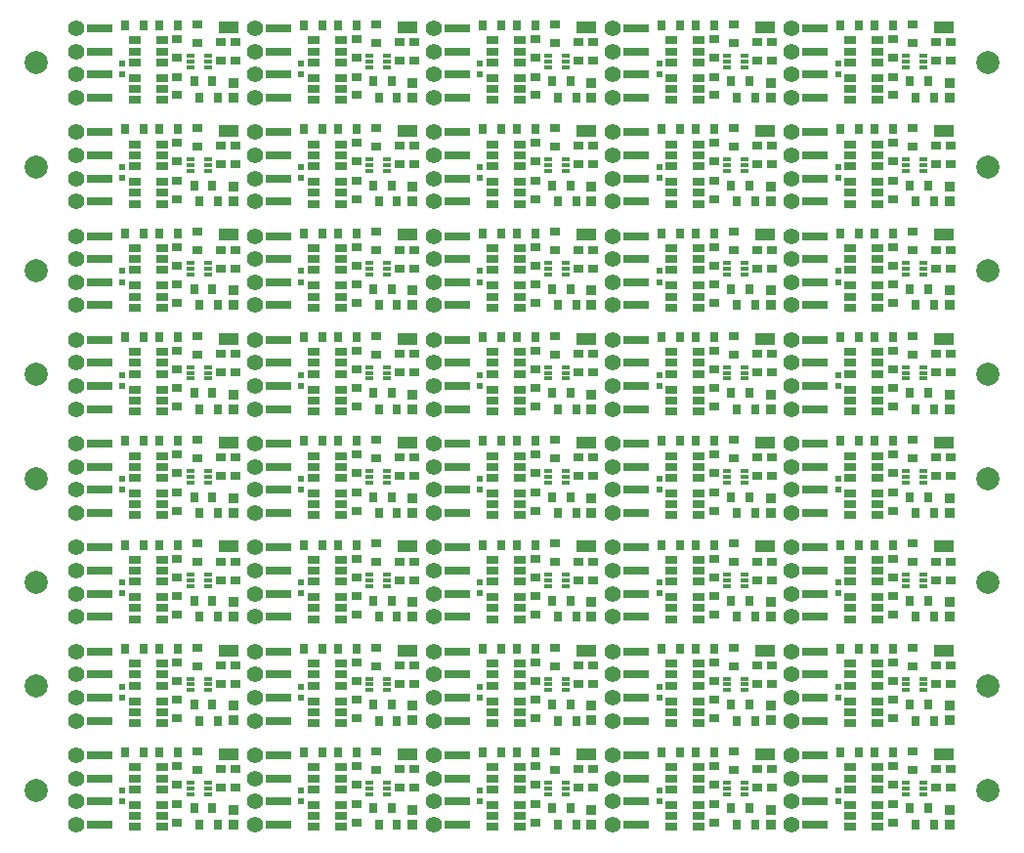
<source format=gts>
G04 #@! TF.GenerationSoftware,KiCad,Pcbnew,(6.0.7)*
G04 #@! TF.CreationDate,2022-09-01T13:19:57+09:00*
G04 #@! TF.ProjectId,switchdecoder3,73776974-6368-4646-9563-6f646572332e,rev?*
G04 #@! TF.SameCoordinates,Original*
G04 #@! TF.FileFunction,Soldermask,Top*
G04 #@! TF.FilePolarity,Negative*
%FSLAX46Y46*%
G04 Gerber Fmt 4.6, Leading zero omitted, Abs format (unit mm)*
G04 Created by KiCad (PCBNEW (6.0.7)) date 2022-09-01 13:19:57*
%MOMM*%
%LPD*%
G01*
G04 APERTURE LIST*
%ADD10R,0.900000X0.700000*%
%ADD11R,1.000000X0.700000*%
%ADD12R,0.700000X0.900000*%
%ADD13R,0.700000X0.300000*%
%ADD14R,1.800000X1.000000*%
%ADD15C,1.400000*%
%ADD16R,0.500000X0.550000*%
%ADD17R,2.200000X0.800000*%
%ADD18C,2.000000*%
%ADD19R,0.950000X0.950000*%
G04 APERTURE END LIST*
D10*
X61250000Y37700000D03*
X61250000Y39300000D03*
D11*
X59950000Y40550000D03*
X59950000Y41500000D03*
X59950000Y42450000D03*
X57550000Y42450000D03*
X57550000Y41500000D03*
X57550000Y40550000D03*
X13450000Y55300000D03*
X13450000Y56250000D03*
X13450000Y57200000D03*
X11050000Y57200000D03*
X11050000Y56250000D03*
X11050000Y55300000D03*
D12*
X48800000Y65900000D03*
X47200000Y65900000D03*
D11*
X13450000Y49550000D03*
X13450000Y50500000D03*
X13450000Y51450000D03*
X11050000Y51450000D03*
X11050000Y50500000D03*
X11050000Y49550000D03*
D13*
X15900000Y5150000D03*
X15900000Y4650000D03*
X15900000Y4150000D03*
X17400000Y4150000D03*
X17400000Y4650000D03*
X17400000Y5150000D03*
D10*
X14750000Y46700000D03*
X14750000Y48300000D03*
D13*
X15900000Y32150000D03*
X15900000Y31650000D03*
X15900000Y31150000D03*
X17400000Y31150000D03*
X17400000Y31650000D03*
X17400000Y32150000D03*
D14*
X34700000Y7600000D03*
D15*
X52500000Y70500000D03*
X52500000Y68500000D03*
X52500000Y66500000D03*
X52500000Y64500000D03*
D16*
X41000000Y31475000D03*
X41000000Y30525000D03*
D17*
X23500000Y1500000D03*
D16*
X56500000Y13475000D03*
X56500000Y12525000D03*
D14*
X81200000Y43600000D03*
D13*
X31400000Y32150000D03*
X31400000Y31650000D03*
X31400000Y31150000D03*
X32900000Y31150000D03*
X32900000Y31650000D03*
X32900000Y32150000D03*
D17*
X8000000Y52500000D03*
D10*
X47500000Y34850000D03*
X47500000Y33250000D03*
X61250000Y51550000D03*
X61250000Y49950000D03*
D12*
X64300000Y11900000D03*
X62700000Y11900000D03*
D10*
X30250000Y55700000D03*
X30250000Y57300000D03*
D17*
X54500000Y50500000D03*
D16*
X25500000Y49475000D03*
X25500000Y48525000D03*
D17*
X23500000Y68500000D03*
D11*
X28950000Y31550000D03*
X28950000Y32500000D03*
X28950000Y33450000D03*
X26550000Y33450000D03*
X26550000Y32500000D03*
X26550000Y31550000D03*
D17*
X8000000Y25500000D03*
D10*
X30250000Y6550000D03*
X30250000Y4950000D03*
D15*
X68000000Y7500000D03*
X68000000Y5500000D03*
X68000000Y3500000D03*
X68000000Y1500000D03*
D10*
X61250000Y19700000D03*
X61250000Y21300000D03*
D15*
X21500000Y16500000D03*
X21500000Y14500000D03*
X21500000Y12500000D03*
X21500000Y10500000D03*
D10*
X30250000Y42550000D03*
X30250000Y40950000D03*
X47500000Y43850000D03*
X47500000Y42250000D03*
D17*
X54500000Y12500000D03*
D12*
X79800000Y56900000D03*
X78200000Y56900000D03*
D10*
X76750000Y10700000D03*
X76750000Y12300000D03*
D17*
X39000000Y55500000D03*
D12*
X10200000Y61750000D03*
X11800000Y61750000D03*
D13*
X15900000Y14150000D03*
X15900000Y13650000D03*
X15900000Y13150000D03*
X17400000Y13150000D03*
X17400000Y13650000D03*
X17400000Y14150000D03*
X15900000Y50150000D03*
X15900000Y49650000D03*
X15900000Y49150000D03*
X17400000Y49150000D03*
X17400000Y49650000D03*
X17400000Y50150000D03*
D12*
X13200000Y25750000D03*
X14800000Y25750000D03*
D10*
X80500000Y33300000D03*
X80500000Y31700000D03*
D15*
X68000000Y25500000D03*
X68000000Y23500000D03*
X68000000Y21500000D03*
X68000000Y19500000D03*
D12*
X33300000Y2900000D03*
X31700000Y2900000D03*
D16*
X72000000Y49475000D03*
X72000000Y48525000D03*
D17*
X39000000Y70500000D03*
X39000000Y16500000D03*
D11*
X13450000Y19300000D03*
X13450000Y20250000D03*
X13450000Y21200000D03*
X11050000Y21200000D03*
X11050000Y20250000D03*
X11050000Y19300000D03*
D17*
X54500000Y7500000D03*
D10*
X81750000Y69300000D03*
X81750000Y67700000D03*
D12*
X72200000Y52750000D03*
X73800000Y52750000D03*
X16700000Y19500000D03*
X18300000Y19500000D03*
D10*
X32000000Y25850000D03*
X32000000Y24250000D03*
D12*
X79800000Y65900000D03*
X78200000Y65900000D03*
D17*
X70000000Y3500000D03*
D10*
X32000000Y7850000D03*
X32000000Y6250000D03*
D14*
X81200000Y34600000D03*
D11*
X59950000Y31550000D03*
X59950000Y32500000D03*
X59950000Y33450000D03*
X57550000Y33450000D03*
X57550000Y32500000D03*
X57550000Y31550000D03*
D17*
X54500000Y59500000D03*
D12*
X10200000Y43750000D03*
X11800000Y43750000D03*
D13*
X62400000Y50150000D03*
X62400000Y49650000D03*
X62400000Y49150000D03*
X63900000Y49150000D03*
X63900000Y49650000D03*
X63900000Y50150000D03*
D10*
X66250000Y69300000D03*
X66250000Y67700000D03*
X14750000Y1700000D03*
X14750000Y3300000D03*
X78500000Y61850000D03*
X78500000Y60250000D03*
D17*
X23500000Y32500000D03*
D10*
X16500000Y25850000D03*
X16500000Y24250000D03*
D11*
X28950000Y13550000D03*
X28950000Y14500000D03*
X28950000Y15450000D03*
X26550000Y15450000D03*
X26550000Y14500000D03*
X26550000Y13550000D03*
D12*
X56700000Y43750000D03*
X58300000Y43750000D03*
D10*
X49500000Y42300000D03*
X49500000Y40700000D03*
D15*
X52500000Y7500000D03*
X52500000Y5500000D03*
X52500000Y3500000D03*
X52500000Y1500000D03*
D10*
X81750000Y51300000D03*
X81750000Y49700000D03*
D12*
X32200000Y46500000D03*
X33800000Y46500000D03*
D17*
X39000000Y57500000D03*
D15*
X6000000Y43500000D03*
X6000000Y41500000D03*
X6000000Y39500000D03*
X6000000Y37500000D03*
D12*
X64300000Y47900000D03*
X62700000Y47900000D03*
X79800000Y47900000D03*
X78200000Y47900000D03*
D10*
X49500000Y6300000D03*
X49500000Y4700000D03*
D17*
X8000000Y19500000D03*
D10*
X16500000Y7850000D03*
X16500000Y6250000D03*
D17*
X39000000Y61500000D03*
D15*
X6000000Y61500000D03*
X6000000Y59500000D03*
X6000000Y57500000D03*
X6000000Y55500000D03*
D12*
X59700000Y7750000D03*
X61300000Y7750000D03*
X33300000Y29900000D03*
X31700000Y29900000D03*
D13*
X31400000Y14150000D03*
X31400000Y13650000D03*
X31400000Y13150000D03*
X32900000Y13150000D03*
X32900000Y13650000D03*
X32900000Y14150000D03*
D14*
X50200000Y34600000D03*
D11*
X44450000Y22550000D03*
X44450000Y23500000D03*
X44450000Y24450000D03*
X42050000Y24450000D03*
X42050000Y23500000D03*
X42050000Y22550000D03*
D10*
X14750000Y64700000D03*
X14750000Y66300000D03*
D17*
X8000000Y57500000D03*
X8000000Y1500000D03*
D12*
X63200000Y1500000D03*
X64800000Y1500000D03*
X17800000Y38900000D03*
X16200000Y38900000D03*
X56700000Y52750000D03*
X58300000Y52750000D03*
D10*
X49500000Y60300000D03*
X49500000Y58700000D03*
D17*
X70000000Y23500000D03*
D10*
X80500000Y69300000D03*
X80500000Y67700000D03*
D16*
X56500000Y58475000D03*
X56500000Y57525000D03*
D14*
X65700000Y43600000D03*
D15*
X37000000Y34500000D03*
X37000000Y32500000D03*
X37000000Y30500000D03*
X37000000Y28500000D03*
D17*
X8000000Y37500000D03*
D10*
X35250000Y60300000D03*
X35250000Y58700000D03*
D17*
X23500000Y70500000D03*
D18*
X85000000Y13500000D03*
X85000000Y13500000D03*
D10*
X61250000Y33550000D03*
X61250000Y31950000D03*
X30250000Y51550000D03*
X30250000Y49950000D03*
D12*
X59700000Y52750000D03*
X61300000Y52750000D03*
D17*
X8000000Y12500000D03*
D16*
X56500000Y49475000D03*
X56500000Y48525000D03*
D14*
X34700000Y70600000D03*
D12*
X72200000Y16750000D03*
X73800000Y16750000D03*
X33300000Y65900000D03*
X31700000Y65900000D03*
D10*
X76750000Y60550000D03*
X76750000Y58950000D03*
D12*
X64300000Y2900000D03*
X62700000Y2900000D03*
D10*
X78500000Y16850000D03*
X78500000Y15250000D03*
D17*
X39000000Y34500000D03*
D13*
X46900000Y68150000D03*
X46900000Y67650000D03*
X46900000Y67150000D03*
X48400000Y67150000D03*
X48400000Y67650000D03*
X48400000Y68150000D03*
D11*
X75450000Y55300000D03*
X75450000Y56250000D03*
X75450000Y57200000D03*
X73050000Y57200000D03*
X73050000Y56250000D03*
X73050000Y55300000D03*
D10*
X18500000Y51300000D03*
X18500000Y49700000D03*
D17*
X54500000Y41500000D03*
D10*
X34000000Y42300000D03*
X34000000Y40700000D03*
D11*
X75450000Y46300000D03*
X75450000Y47250000D03*
X75450000Y48200000D03*
X73050000Y48200000D03*
X73050000Y47250000D03*
X73050000Y46300000D03*
D12*
X78700000Y55500000D03*
X80300000Y55500000D03*
D17*
X54500000Y39500000D03*
D10*
X30250000Y15550000D03*
X30250000Y13950000D03*
D17*
X23500000Y64500000D03*
X8000000Y59500000D03*
X54500000Y52500000D03*
X39000000Y52500000D03*
D16*
X10000000Y49475000D03*
X10000000Y48525000D03*
D13*
X77900000Y50150000D03*
X77900000Y49650000D03*
X77900000Y49150000D03*
X79400000Y49150000D03*
X79400000Y49650000D03*
X79400000Y50150000D03*
D10*
X35250000Y15300000D03*
X35250000Y13700000D03*
X61250000Y42550000D03*
X61250000Y40950000D03*
D17*
X8000000Y61500000D03*
D12*
X33300000Y47900000D03*
X31700000Y47900000D03*
D11*
X75450000Y1300000D03*
X75450000Y2250000D03*
X75450000Y3200000D03*
X73050000Y3200000D03*
X73050000Y2250000D03*
X73050000Y1300000D03*
D17*
X23500000Y34500000D03*
D10*
X45750000Y15550000D03*
X45750000Y13950000D03*
X18500000Y24300000D03*
X18500000Y22700000D03*
D11*
X28950000Y46300000D03*
X28950000Y47250000D03*
X28950000Y48200000D03*
X26550000Y48200000D03*
X26550000Y47250000D03*
X26550000Y46300000D03*
D15*
X37000000Y25500000D03*
X37000000Y23500000D03*
X37000000Y21500000D03*
X37000000Y19500000D03*
D17*
X70000000Y43500000D03*
D12*
X33300000Y11900000D03*
X31700000Y11900000D03*
D17*
X70000000Y57500000D03*
D12*
X16700000Y1500000D03*
X18300000Y1500000D03*
D10*
X61250000Y15550000D03*
X61250000Y13950000D03*
D15*
X52500000Y61500000D03*
X52500000Y59500000D03*
X52500000Y57500000D03*
X52500000Y55500000D03*
D12*
X33300000Y20900000D03*
X31700000Y20900000D03*
X48800000Y47900000D03*
X47200000Y47900000D03*
D15*
X37000000Y7500000D03*
X37000000Y5500000D03*
X37000000Y3500000D03*
X37000000Y1500000D03*
D11*
X75450000Y28300000D03*
X75450000Y29250000D03*
X75450000Y30200000D03*
X73050000Y30200000D03*
X73050000Y29250000D03*
X73050000Y28300000D03*
D16*
X10000000Y31475000D03*
X10000000Y30525000D03*
X10000000Y58475000D03*
X10000000Y57525000D03*
D11*
X28950000Y1300000D03*
X28950000Y2250000D03*
X28950000Y3200000D03*
X26550000Y3200000D03*
X26550000Y2250000D03*
X26550000Y1300000D03*
D13*
X31400000Y5150000D03*
X31400000Y4650000D03*
X31400000Y4150000D03*
X32900000Y4150000D03*
X32900000Y4650000D03*
X32900000Y5150000D03*
D10*
X66250000Y24300000D03*
X66250000Y22700000D03*
D17*
X54500000Y48500000D03*
D12*
X63200000Y10500000D03*
X64800000Y10500000D03*
D14*
X50200000Y16600000D03*
X34700000Y52600000D03*
D11*
X28950000Y4550000D03*
X28950000Y5500000D03*
X28950000Y6450000D03*
X26550000Y6450000D03*
X26550000Y5500000D03*
X26550000Y4550000D03*
X28950000Y55300000D03*
X28950000Y56250000D03*
X28950000Y57200000D03*
X26550000Y57200000D03*
X26550000Y56250000D03*
X26550000Y55300000D03*
X75450000Y49550000D03*
X75450000Y50500000D03*
X75450000Y51450000D03*
X73050000Y51450000D03*
X73050000Y50500000D03*
X73050000Y49550000D03*
D14*
X19200000Y43600000D03*
D17*
X23500000Y52500000D03*
X8000000Y34500000D03*
X23500000Y19500000D03*
D10*
X76750000Y1700000D03*
X76750000Y3300000D03*
D12*
X28700000Y52750000D03*
X30300000Y52750000D03*
D16*
X10000000Y13475000D03*
X10000000Y12525000D03*
D12*
X79800000Y29900000D03*
X78200000Y29900000D03*
D11*
X13450000Y31550000D03*
X13450000Y32500000D03*
X13450000Y33450000D03*
X11050000Y33450000D03*
X11050000Y32500000D03*
X11050000Y31550000D03*
D16*
X72000000Y22475000D03*
X72000000Y21525000D03*
D10*
X16500000Y52850000D03*
X16500000Y51250000D03*
D13*
X15900000Y41150000D03*
X15900000Y40650000D03*
X15900000Y40150000D03*
X17400000Y40150000D03*
X17400000Y40650000D03*
X17400000Y41150000D03*
D18*
X85000000Y67500000D03*
X85000000Y67500000D03*
D17*
X54500000Y3500000D03*
X70000000Y14500000D03*
D11*
X59950000Y37300000D03*
X59950000Y38250000D03*
X59950000Y39200000D03*
X57550000Y39200000D03*
X57550000Y38250000D03*
X57550000Y37300000D03*
D17*
X54500000Y10500000D03*
D16*
X10000000Y67475000D03*
X10000000Y66525000D03*
D11*
X13450000Y40550000D03*
X13450000Y41500000D03*
X13450000Y42450000D03*
X11050000Y42450000D03*
X11050000Y41500000D03*
X11050000Y40550000D03*
D10*
X30250000Y64700000D03*
X30250000Y66300000D03*
D17*
X23500000Y12500000D03*
D18*
X85000000Y22500000D03*
X85000000Y22500000D03*
D11*
X59950000Y10300000D03*
X59950000Y11250000D03*
X59950000Y12200000D03*
X57550000Y12200000D03*
X57550000Y11250000D03*
X57550000Y10300000D03*
D17*
X39000000Y39500000D03*
D10*
X76750000Y28700000D03*
X76750000Y30300000D03*
X80500000Y24300000D03*
X80500000Y22700000D03*
D17*
X39000000Y1500000D03*
D10*
X65000000Y33300000D03*
X65000000Y31700000D03*
D11*
X44450000Y19300000D03*
X44450000Y20250000D03*
X44450000Y21200000D03*
X42050000Y21200000D03*
X42050000Y20250000D03*
X42050000Y19300000D03*
D17*
X54500000Y57500000D03*
D10*
X18500000Y42300000D03*
X18500000Y40700000D03*
X65000000Y15300000D03*
X65000000Y13700000D03*
X34000000Y69300000D03*
X34000000Y67700000D03*
D12*
X44200000Y34750000D03*
X45800000Y34750000D03*
D15*
X37000000Y70500000D03*
X37000000Y68500000D03*
X37000000Y66500000D03*
X37000000Y64500000D03*
D12*
X32200000Y28500000D03*
X33800000Y28500000D03*
D14*
X19200000Y16600000D03*
D11*
X13450000Y13550000D03*
X13450000Y14500000D03*
X13450000Y15450000D03*
X11050000Y15450000D03*
X11050000Y14500000D03*
X11050000Y13550000D03*
D10*
X61250000Y60550000D03*
X61250000Y58950000D03*
D11*
X59950000Y1300000D03*
X59950000Y2250000D03*
X59950000Y3200000D03*
X57550000Y3200000D03*
X57550000Y2250000D03*
X57550000Y1300000D03*
D12*
X44200000Y70750000D03*
X45800000Y70750000D03*
D11*
X44450000Y40550000D03*
X44450000Y41500000D03*
X44450000Y42450000D03*
X42050000Y42450000D03*
X42050000Y41500000D03*
X42050000Y40550000D03*
X44450000Y10300000D03*
X44450000Y11250000D03*
X44450000Y12200000D03*
X42050000Y12200000D03*
X42050000Y11250000D03*
X42050000Y10300000D03*
D12*
X47700000Y64500000D03*
X49300000Y64500000D03*
D15*
X68000000Y16500000D03*
X68000000Y14500000D03*
X68000000Y12500000D03*
X68000000Y10500000D03*
D10*
X63000000Y16850000D03*
X63000000Y15250000D03*
D16*
X25500000Y40475000D03*
X25500000Y39525000D03*
D10*
X76750000Y37700000D03*
X76750000Y39300000D03*
D12*
X59700000Y25750000D03*
X61300000Y25750000D03*
D10*
X19750000Y42300000D03*
X19750000Y40700000D03*
D12*
X28700000Y34750000D03*
X30300000Y34750000D03*
D17*
X70000000Y10500000D03*
D14*
X65700000Y52600000D03*
D10*
X66250000Y33300000D03*
X66250000Y31700000D03*
D12*
X10200000Y7750000D03*
X11800000Y7750000D03*
D17*
X8000000Y70500000D03*
D12*
X75200000Y70750000D03*
X76800000Y70750000D03*
D11*
X59950000Y67550000D03*
X59950000Y68500000D03*
X59950000Y69450000D03*
X57550000Y69450000D03*
X57550000Y68500000D03*
X57550000Y67550000D03*
D15*
X21500000Y43500000D03*
X21500000Y41500000D03*
X21500000Y39500000D03*
X21500000Y37500000D03*
D14*
X34700000Y34600000D03*
D12*
X47700000Y10500000D03*
X49300000Y10500000D03*
D13*
X31400000Y23150000D03*
X31400000Y22650000D03*
X31400000Y22150000D03*
X32900000Y22150000D03*
X32900000Y22650000D03*
X32900000Y23150000D03*
D12*
X63200000Y55500000D03*
X64800000Y55500000D03*
X56700000Y7750000D03*
X58300000Y7750000D03*
D10*
X81750000Y6300000D03*
X81750000Y4700000D03*
D17*
X39000000Y19500000D03*
D16*
X72000000Y40475000D03*
X72000000Y39525000D03*
D12*
X63200000Y37500000D03*
X64800000Y37500000D03*
D10*
X14750000Y55700000D03*
X14750000Y57300000D03*
D12*
X13200000Y16750000D03*
X14800000Y16750000D03*
D14*
X19200000Y7600000D03*
D12*
X32200000Y1500000D03*
X33800000Y1500000D03*
D11*
X44450000Y31550000D03*
X44450000Y32500000D03*
X44450000Y33450000D03*
X42050000Y33450000D03*
X42050000Y32500000D03*
X42050000Y31550000D03*
D10*
X78500000Y52850000D03*
X78500000Y51250000D03*
D17*
X23500000Y48500000D03*
D12*
X75200000Y61750000D03*
X76800000Y61750000D03*
D17*
X70000000Y7500000D03*
D12*
X72200000Y7750000D03*
X73800000Y7750000D03*
D10*
X76750000Y6550000D03*
X76750000Y4950000D03*
D17*
X8000000Y10500000D03*
X39000000Y23500000D03*
D11*
X13450000Y46300000D03*
X13450000Y47250000D03*
X13450000Y48200000D03*
X11050000Y48200000D03*
X11050000Y47250000D03*
X11050000Y46300000D03*
D16*
X25500000Y58475000D03*
X25500000Y57525000D03*
D17*
X54500000Y23500000D03*
D10*
X35250000Y69300000D03*
X35250000Y67700000D03*
D13*
X77900000Y32150000D03*
X77900000Y31650000D03*
X77900000Y31150000D03*
X79400000Y31150000D03*
X79400000Y31650000D03*
X79400000Y32150000D03*
D14*
X65700000Y16600000D03*
D10*
X76750000Y55700000D03*
X76750000Y57300000D03*
D17*
X70000000Y55500000D03*
D12*
X41200000Y7750000D03*
X42800000Y7750000D03*
X72200000Y70750000D03*
X73800000Y70750000D03*
X16700000Y10500000D03*
X18300000Y10500000D03*
D17*
X54500000Y70500000D03*
D10*
X49500000Y69300000D03*
X49500000Y67700000D03*
X78500000Y7850000D03*
X78500000Y6250000D03*
X47500000Y70850000D03*
X47500000Y69250000D03*
D14*
X65700000Y7600000D03*
D12*
X41200000Y61750000D03*
X42800000Y61750000D03*
D11*
X75450000Y37300000D03*
X75450000Y38250000D03*
X75450000Y39200000D03*
X73050000Y39200000D03*
X73050000Y38250000D03*
X73050000Y37300000D03*
D16*
X41000000Y13475000D03*
X41000000Y12525000D03*
D11*
X59950000Y64300000D03*
X59950000Y65250000D03*
X59950000Y66200000D03*
X57550000Y66200000D03*
X57550000Y65250000D03*
X57550000Y64300000D03*
D17*
X70000000Y19500000D03*
D10*
X32000000Y61850000D03*
X32000000Y60250000D03*
D11*
X13450000Y64300000D03*
X13450000Y65250000D03*
X13450000Y66200000D03*
X11050000Y66200000D03*
X11050000Y65250000D03*
X11050000Y64300000D03*
D10*
X14750000Y24550000D03*
X14750000Y22950000D03*
X76750000Y42550000D03*
X76750000Y40950000D03*
D16*
X25500000Y4475000D03*
X25500000Y3525000D03*
D14*
X65700000Y61600000D03*
D10*
X35250000Y6300000D03*
X35250000Y4700000D03*
D12*
X10200000Y70750000D03*
X11800000Y70750000D03*
D10*
X14750000Y19700000D03*
X14750000Y21300000D03*
D12*
X41200000Y43750000D03*
X42800000Y43750000D03*
D10*
X45750000Y60550000D03*
X45750000Y58950000D03*
D12*
X25700000Y34750000D03*
X27300000Y34750000D03*
D10*
X47500000Y61850000D03*
X47500000Y60250000D03*
X45750000Y42550000D03*
X45750000Y40950000D03*
X30250000Y33550000D03*
X30250000Y31950000D03*
D13*
X46900000Y5150000D03*
X46900000Y4650000D03*
X46900000Y4150000D03*
X48400000Y4150000D03*
X48400000Y4650000D03*
X48400000Y5150000D03*
D12*
X13200000Y43750000D03*
X14800000Y43750000D03*
D16*
X41000000Y4475000D03*
X41000000Y3525000D03*
D18*
X2500000Y49500000D03*
D17*
X70000000Y64500000D03*
D10*
X63000000Y34850000D03*
X63000000Y33250000D03*
D12*
X16700000Y64500000D03*
X18300000Y64500000D03*
D10*
X65000000Y6300000D03*
X65000000Y4700000D03*
D12*
X75200000Y34750000D03*
X76800000Y34750000D03*
X17800000Y11900000D03*
X16200000Y11900000D03*
D17*
X8000000Y23500000D03*
X70000000Y28500000D03*
X23500000Y23500000D03*
D12*
X13200000Y34750000D03*
X14800000Y34750000D03*
X28700000Y61750000D03*
X30300000Y61750000D03*
D16*
X72000000Y13475000D03*
X72000000Y12525000D03*
D12*
X64300000Y38900000D03*
X62700000Y38900000D03*
D15*
X21500000Y70500000D03*
X21500000Y68500000D03*
X21500000Y66500000D03*
X21500000Y64500000D03*
D11*
X44450000Y67550000D03*
X44450000Y68500000D03*
X44450000Y69450000D03*
X42050000Y69450000D03*
X42050000Y68500000D03*
X42050000Y67550000D03*
D17*
X23500000Y43500000D03*
D12*
X64300000Y65900000D03*
X62700000Y65900000D03*
D17*
X39000000Y46500000D03*
D10*
X18500000Y69300000D03*
X18500000Y67700000D03*
D12*
X63200000Y28500000D03*
X64800000Y28500000D03*
D10*
X32000000Y70850000D03*
X32000000Y69250000D03*
X14750000Y6550000D03*
X14750000Y4950000D03*
D12*
X78700000Y1500000D03*
X80300000Y1500000D03*
X48800000Y2900000D03*
X47200000Y2900000D03*
D14*
X81200000Y52600000D03*
D12*
X33300000Y38900000D03*
X31700000Y38900000D03*
D14*
X19200000Y61600000D03*
D12*
X28700000Y43750000D03*
X30300000Y43750000D03*
D10*
X81750000Y15300000D03*
X81750000Y13700000D03*
D11*
X59950000Y28300000D03*
X59950000Y29250000D03*
X59950000Y30200000D03*
X57550000Y30200000D03*
X57550000Y29250000D03*
X57550000Y28300000D03*
D12*
X28700000Y7750000D03*
X30300000Y7750000D03*
X59700000Y34750000D03*
X61300000Y34750000D03*
D14*
X65700000Y34600000D03*
D12*
X10200000Y16750000D03*
X11800000Y16750000D03*
D15*
X52500000Y43500000D03*
X52500000Y41500000D03*
X52500000Y39500000D03*
X52500000Y37500000D03*
D10*
X32000000Y16850000D03*
X32000000Y15250000D03*
D11*
X75450000Y4550000D03*
X75450000Y5500000D03*
X75450000Y6450000D03*
X73050000Y6450000D03*
X73050000Y5500000D03*
X73050000Y4550000D03*
D10*
X50750000Y15300000D03*
X50750000Y13700000D03*
D18*
X2500000Y58500000D03*
X2500000Y58500000D03*
D10*
X76750000Y69550000D03*
X76750000Y67950000D03*
D16*
X72000000Y31475000D03*
X72000000Y30525000D03*
D12*
X44200000Y61750000D03*
X45800000Y61750000D03*
X47700000Y46500000D03*
X49300000Y46500000D03*
D16*
X72000000Y58475000D03*
X72000000Y57525000D03*
D10*
X66250000Y51300000D03*
X66250000Y49700000D03*
D13*
X77900000Y23150000D03*
X77900000Y22650000D03*
X77900000Y22150000D03*
X79400000Y22150000D03*
X79400000Y22650000D03*
X79400000Y23150000D03*
D10*
X80500000Y42300000D03*
X80500000Y40700000D03*
D18*
X85000000Y31500000D03*
X85000000Y31500000D03*
D12*
X63200000Y46500000D03*
X64800000Y46500000D03*
X13200000Y70750000D03*
X14800000Y70750000D03*
D17*
X39000000Y48500000D03*
D11*
X44450000Y49550000D03*
X44450000Y50500000D03*
X44450000Y51450000D03*
X42050000Y51450000D03*
X42050000Y50500000D03*
X42050000Y49550000D03*
D10*
X50750000Y51300000D03*
X50750000Y49700000D03*
X19750000Y33300000D03*
X19750000Y31700000D03*
X30250000Y10700000D03*
X30250000Y12300000D03*
X19750000Y51300000D03*
X19750000Y49700000D03*
X18500000Y15300000D03*
X18500000Y13700000D03*
D17*
X23500000Y7500000D03*
D12*
X32200000Y55500000D03*
X33800000Y55500000D03*
D11*
X75450000Y22550000D03*
X75450000Y23500000D03*
X75450000Y24450000D03*
X73050000Y24450000D03*
X73050000Y23500000D03*
X73050000Y22550000D03*
D10*
X45750000Y1700000D03*
X45750000Y3300000D03*
D12*
X32200000Y10500000D03*
X33800000Y10500000D03*
D10*
X34000000Y6300000D03*
X34000000Y4700000D03*
X81750000Y33300000D03*
X81750000Y31700000D03*
D11*
X28950000Y22550000D03*
X28950000Y23500000D03*
X28950000Y24450000D03*
X26550000Y24450000D03*
X26550000Y23500000D03*
X26550000Y22550000D03*
D17*
X70000000Y30500000D03*
D10*
X30250000Y60550000D03*
X30250000Y58950000D03*
D11*
X75450000Y40550000D03*
X75450000Y41500000D03*
X75450000Y42450000D03*
X73050000Y42450000D03*
X73050000Y41500000D03*
X73050000Y40550000D03*
D18*
X85000000Y4500000D03*
X85000000Y4500000D03*
D11*
X75450000Y31550000D03*
X75450000Y32500000D03*
X75450000Y33450000D03*
X73050000Y33450000D03*
X73050000Y32500000D03*
X73050000Y31550000D03*
D12*
X47700000Y37500000D03*
X49300000Y37500000D03*
D10*
X49500000Y24300000D03*
X49500000Y22700000D03*
D17*
X39000000Y41500000D03*
D12*
X48800000Y11900000D03*
X47200000Y11900000D03*
D10*
X65000000Y60300000D03*
X65000000Y58700000D03*
D17*
X23500000Y39500000D03*
D10*
X14750000Y60550000D03*
X14750000Y58950000D03*
X65000000Y69300000D03*
X65000000Y67700000D03*
D11*
X13450000Y4550000D03*
X13450000Y5500000D03*
X13450000Y6450000D03*
X11050000Y6450000D03*
X11050000Y5500000D03*
X11050000Y4550000D03*
D13*
X46900000Y23150000D03*
X46900000Y22650000D03*
X46900000Y22150000D03*
X48400000Y22150000D03*
X48400000Y22650000D03*
X48400000Y23150000D03*
D11*
X13450000Y22550000D03*
X13450000Y23500000D03*
X13450000Y24450000D03*
X11050000Y24450000D03*
X11050000Y23500000D03*
X11050000Y22550000D03*
D18*
X2500000Y13500000D03*
D17*
X39000000Y68500000D03*
D12*
X78700000Y37500000D03*
X80300000Y37500000D03*
X75200000Y25750000D03*
X76800000Y25750000D03*
D10*
X50750000Y33300000D03*
X50750000Y31700000D03*
D11*
X59950000Y46300000D03*
X59950000Y47250000D03*
X59950000Y48200000D03*
X57550000Y48200000D03*
X57550000Y47250000D03*
X57550000Y46300000D03*
D10*
X45750000Y55700000D03*
X45750000Y57300000D03*
X76750000Y64700000D03*
X76750000Y66300000D03*
D12*
X72200000Y34750000D03*
X73800000Y34750000D03*
D13*
X31400000Y50150000D03*
X31400000Y49650000D03*
X31400000Y49150000D03*
X32900000Y49150000D03*
X32900000Y49650000D03*
X32900000Y50150000D03*
D17*
X39000000Y12500000D03*
D12*
X64300000Y56900000D03*
X62700000Y56900000D03*
D10*
X63000000Y7850000D03*
X63000000Y6250000D03*
X16500000Y34850000D03*
X16500000Y33250000D03*
D17*
X54500000Y28500000D03*
D10*
X49500000Y51300000D03*
X49500000Y49700000D03*
X45750000Y69550000D03*
X45750000Y67950000D03*
X19750000Y60300000D03*
X19750000Y58700000D03*
X18500000Y33300000D03*
X18500000Y31700000D03*
D11*
X28950000Y64300000D03*
X28950000Y65250000D03*
X28950000Y66200000D03*
X26550000Y66200000D03*
X26550000Y65250000D03*
X26550000Y64300000D03*
D12*
X17800000Y20900000D03*
X16200000Y20900000D03*
X17800000Y47900000D03*
X16200000Y47900000D03*
D10*
X61250000Y64700000D03*
X61250000Y66300000D03*
X81750000Y42300000D03*
X81750000Y40700000D03*
D17*
X8000000Y7500000D03*
X70000000Y48500000D03*
D16*
X25500000Y67475000D03*
X25500000Y66525000D03*
D17*
X39000000Y10500000D03*
X54500000Y46500000D03*
D12*
X47700000Y55500000D03*
X49300000Y55500000D03*
D17*
X54500000Y14500000D03*
X8000000Y21500000D03*
X8000000Y66500000D03*
D11*
X13450000Y58550000D03*
X13450000Y59500000D03*
X13450000Y60450000D03*
X11050000Y60450000D03*
X11050000Y59500000D03*
X11050000Y58550000D03*
X13450000Y67550000D03*
X13450000Y68500000D03*
X13450000Y69450000D03*
X11050000Y69450000D03*
X11050000Y68500000D03*
X11050000Y67550000D03*
D10*
X45750000Y33550000D03*
X45750000Y31950000D03*
D17*
X8000000Y68500000D03*
D10*
X61250000Y10700000D03*
X61250000Y12300000D03*
D11*
X13450000Y10300000D03*
X13450000Y11250000D03*
X13450000Y12200000D03*
X11050000Y12200000D03*
X11050000Y11250000D03*
X11050000Y10300000D03*
X75450000Y13550000D03*
X75450000Y14500000D03*
X75450000Y15450000D03*
X73050000Y15450000D03*
X73050000Y14500000D03*
X73050000Y13550000D03*
D16*
X41000000Y49475000D03*
X41000000Y48525000D03*
D12*
X56700000Y61750000D03*
X58300000Y61750000D03*
D16*
X25500000Y13475000D03*
X25500000Y12525000D03*
D10*
X35250000Y33300000D03*
X35250000Y31700000D03*
D14*
X65700000Y70600000D03*
D17*
X54500000Y55500000D03*
D12*
X32200000Y19500000D03*
X33800000Y19500000D03*
D15*
X21500000Y7500000D03*
X21500000Y5500000D03*
X21500000Y3500000D03*
X21500000Y1500000D03*
D12*
X79800000Y38900000D03*
X78200000Y38900000D03*
D10*
X45750000Y64700000D03*
X45750000Y66300000D03*
D14*
X34700000Y16600000D03*
D15*
X21500000Y25500000D03*
X21500000Y23500000D03*
X21500000Y21500000D03*
X21500000Y19500000D03*
D11*
X44450000Y46300000D03*
X44450000Y47250000D03*
X44450000Y48200000D03*
X42050000Y48200000D03*
X42050000Y47250000D03*
X42050000Y46300000D03*
D10*
X50750000Y24300000D03*
X50750000Y22700000D03*
D12*
X44200000Y52750000D03*
X45800000Y52750000D03*
D17*
X54500000Y25500000D03*
D12*
X17800000Y65900000D03*
X16200000Y65900000D03*
D10*
X49500000Y33300000D03*
X49500000Y31700000D03*
D12*
X13200000Y61750000D03*
X14800000Y61750000D03*
X59700000Y61750000D03*
X61300000Y61750000D03*
D17*
X70000000Y5500000D03*
D18*
X85000000Y58500000D03*
X85000000Y58500000D03*
D13*
X15900000Y23150000D03*
X15900000Y22650000D03*
X15900000Y22150000D03*
X17400000Y22150000D03*
X17400000Y22650000D03*
X17400000Y23150000D03*
D11*
X13450000Y37300000D03*
X13450000Y38250000D03*
X13450000Y39200000D03*
X11050000Y39200000D03*
X11050000Y38250000D03*
X11050000Y37300000D03*
D12*
X72200000Y43750000D03*
X73800000Y43750000D03*
X41200000Y52750000D03*
X42800000Y52750000D03*
D17*
X70000000Y68500000D03*
D10*
X30250000Y1700000D03*
X30250000Y3300000D03*
D12*
X75200000Y16750000D03*
X76800000Y16750000D03*
D13*
X62400000Y5150000D03*
X62400000Y4650000D03*
X62400000Y4150000D03*
X63900000Y4150000D03*
X63900000Y4650000D03*
X63900000Y5150000D03*
D12*
X25700000Y61750000D03*
X27300000Y61750000D03*
D16*
X56500000Y31475000D03*
X56500000Y30525000D03*
D12*
X32200000Y64500000D03*
X33800000Y64500000D03*
D10*
X45750000Y24550000D03*
X45750000Y22950000D03*
D14*
X50200000Y52600000D03*
D15*
X37000000Y61500000D03*
X37000000Y59500000D03*
X37000000Y57500000D03*
X37000000Y55500000D03*
D12*
X79800000Y2900000D03*
X78200000Y2900000D03*
D10*
X76750000Y51550000D03*
X76750000Y49950000D03*
X30250000Y69550000D03*
X30250000Y67950000D03*
X34000000Y51300000D03*
X34000000Y49700000D03*
X63000000Y70850000D03*
X63000000Y69250000D03*
D13*
X46900000Y41150000D03*
X46900000Y40650000D03*
X46900000Y40150000D03*
X48400000Y40150000D03*
X48400000Y40650000D03*
X48400000Y41150000D03*
D12*
X78700000Y28500000D03*
X80300000Y28500000D03*
D16*
X56500000Y22475000D03*
X56500000Y21525000D03*
D13*
X62400000Y59150000D03*
X62400000Y58650000D03*
X62400000Y58150000D03*
X63900000Y58150000D03*
X63900000Y58650000D03*
X63900000Y59150000D03*
D17*
X54500000Y21500000D03*
D10*
X63000000Y43850000D03*
X63000000Y42250000D03*
D15*
X68000000Y52500000D03*
X68000000Y50500000D03*
X68000000Y48500000D03*
X68000000Y46500000D03*
D14*
X50200000Y7600000D03*
D17*
X39000000Y64500000D03*
D12*
X16700000Y46500000D03*
X18300000Y46500000D03*
X33300000Y56900000D03*
X31700000Y56900000D03*
D17*
X39000000Y59500000D03*
D10*
X66250000Y60300000D03*
X66250000Y58700000D03*
D13*
X62400000Y68150000D03*
X62400000Y67650000D03*
X62400000Y67150000D03*
X63900000Y67150000D03*
X63900000Y67650000D03*
X63900000Y68150000D03*
D12*
X78700000Y46500000D03*
X80300000Y46500000D03*
D10*
X18500000Y6300000D03*
X18500000Y4700000D03*
D12*
X78700000Y19500000D03*
X80300000Y19500000D03*
X28700000Y25750000D03*
X30300000Y25750000D03*
X10200000Y25750000D03*
X11800000Y25750000D03*
D16*
X56500000Y40475000D03*
X56500000Y39525000D03*
D17*
X54500000Y37500000D03*
D16*
X41000000Y67475000D03*
X41000000Y66525000D03*
D17*
X70000000Y39500000D03*
D12*
X56700000Y70750000D03*
X58300000Y70750000D03*
D11*
X44450000Y55300000D03*
X44450000Y56250000D03*
X44450000Y57200000D03*
X42050000Y57200000D03*
X42050000Y56250000D03*
X42050000Y55300000D03*
D10*
X76750000Y19700000D03*
X76750000Y21300000D03*
D18*
X2500000Y22500000D03*
D10*
X63000000Y61850000D03*
X63000000Y60250000D03*
D15*
X6000000Y25500000D03*
X6000000Y23500000D03*
X6000000Y21500000D03*
X6000000Y19500000D03*
D10*
X61250000Y1700000D03*
X61250000Y3300000D03*
X78500000Y43850000D03*
X78500000Y42250000D03*
X76750000Y33550000D03*
X76750000Y31950000D03*
D11*
X75450000Y10300000D03*
X75450000Y11250000D03*
X75450000Y12200000D03*
X73050000Y12200000D03*
X73050000Y11250000D03*
X73050000Y10300000D03*
D12*
X75200000Y7750000D03*
X76800000Y7750000D03*
D17*
X39000000Y50500000D03*
D11*
X59950000Y4550000D03*
X59950000Y5500000D03*
X59950000Y6450000D03*
X57550000Y6450000D03*
X57550000Y5500000D03*
X57550000Y4550000D03*
D17*
X39000000Y37500000D03*
X70000000Y52500000D03*
D14*
X19200000Y34600000D03*
D12*
X75200000Y43750000D03*
X76800000Y43750000D03*
D17*
X54500000Y43500000D03*
D11*
X28950000Y40550000D03*
X28950000Y41500000D03*
X28950000Y42450000D03*
X26550000Y42450000D03*
X26550000Y41500000D03*
X26550000Y40550000D03*
D17*
X39000000Y30500000D03*
X70000000Y50500000D03*
D10*
X76750000Y15550000D03*
X76750000Y13950000D03*
X16500000Y16850000D03*
X16500000Y15250000D03*
D17*
X39000000Y7500000D03*
X70000000Y16500000D03*
X8000000Y46500000D03*
D10*
X34000000Y33300000D03*
X34000000Y31700000D03*
D12*
X44200000Y43750000D03*
X45800000Y43750000D03*
X47700000Y1500000D03*
X49300000Y1500000D03*
D14*
X50200000Y70600000D03*
D10*
X14750000Y10700000D03*
X14750000Y12300000D03*
D16*
X25500000Y31475000D03*
X25500000Y30525000D03*
D10*
X63000000Y25850000D03*
X63000000Y24250000D03*
D15*
X37000000Y16500000D03*
X37000000Y14500000D03*
X37000000Y12500000D03*
X37000000Y10500000D03*
D12*
X25700000Y16750000D03*
X27300000Y16750000D03*
D17*
X39000000Y32500000D03*
X23500000Y3500000D03*
D12*
X63200000Y19500000D03*
X64800000Y19500000D03*
X13200000Y52750000D03*
X14800000Y52750000D03*
X59700000Y16750000D03*
X61300000Y16750000D03*
D15*
X52500000Y52500000D03*
X52500000Y50500000D03*
X52500000Y48500000D03*
X52500000Y46500000D03*
D12*
X17800000Y29900000D03*
X16200000Y29900000D03*
D15*
X6000000Y34500000D03*
X6000000Y32500000D03*
X6000000Y30500000D03*
X6000000Y28500000D03*
D11*
X28950000Y58550000D03*
X28950000Y59500000D03*
X28950000Y60450000D03*
X26550000Y60450000D03*
X26550000Y59500000D03*
X26550000Y58550000D03*
D12*
X16700000Y55500000D03*
X18300000Y55500000D03*
D17*
X23500000Y59500000D03*
X39000000Y3500000D03*
X8000000Y41500000D03*
X8000000Y39500000D03*
D14*
X81200000Y70600000D03*
D16*
X25500000Y22475000D03*
X25500000Y21525000D03*
D12*
X75200000Y52750000D03*
X76800000Y52750000D03*
X16700000Y37500000D03*
X18300000Y37500000D03*
D10*
X30250000Y19700000D03*
X30250000Y21300000D03*
D12*
X25700000Y43750000D03*
X27300000Y43750000D03*
D11*
X28950000Y19300000D03*
X28950000Y20250000D03*
X28950000Y21200000D03*
X26550000Y21200000D03*
X26550000Y20250000D03*
X26550000Y19300000D03*
D17*
X23500000Y46500000D03*
D11*
X28950000Y37300000D03*
X28950000Y38250000D03*
X28950000Y39200000D03*
X26550000Y39200000D03*
X26550000Y38250000D03*
X26550000Y37300000D03*
X44450000Y28300000D03*
X44450000Y29250000D03*
X44450000Y30200000D03*
X42050000Y30200000D03*
X42050000Y29250000D03*
X42050000Y28300000D03*
D10*
X14750000Y37700000D03*
X14750000Y39300000D03*
D17*
X23500000Y16500000D03*
X39000000Y66500000D03*
D12*
X56700000Y34750000D03*
X58300000Y34750000D03*
D11*
X28950000Y10300000D03*
X28950000Y11250000D03*
X28950000Y12200000D03*
X26550000Y12200000D03*
X26550000Y11250000D03*
X26550000Y10300000D03*
D13*
X46900000Y32150000D03*
X46900000Y31650000D03*
X46900000Y31150000D03*
X48400000Y31150000D03*
X48400000Y31650000D03*
X48400000Y32150000D03*
D11*
X13450000Y28300000D03*
X13450000Y29250000D03*
X13450000Y30200000D03*
X11050000Y30200000D03*
X11050000Y29250000D03*
X11050000Y28300000D03*
D10*
X61250000Y69550000D03*
X61250000Y67950000D03*
D11*
X59950000Y19300000D03*
X59950000Y20250000D03*
X59950000Y21200000D03*
X57550000Y21200000D03*
X57550000Y20250000D03*
X57550000Y19300000D03*
D17*
X54500000Y16500000D03*
D10*
X47500000Y52850000D03*
X47500000Y51250000D03*
X66250000Y6300000D03*
X66250000Y4700000D03*
D17*
X8000000Y16500000D03*
D13*
X77900000Y59150000D03*
X77900000Y58650000D03*
X77900000Y58150000D03*
X79400000Y58150000D03*
X79400000Y58650000D03*
X79400000Y59150000D03*
D12*
X44200000Y7750000D03*
X45800000Y7750000D03*
D16*
X41000000Y58475000D03*
X41000000Y57525000D03*
D13*
X62400000Y23150000D03*
X62400000Y22650000D03*
X62400000Y22150000D03*
X63900000Y22150000D03*
X63900000Y22650000D03*
X63900000Y23150000D03*
X77900000Y68150000D03*
X77900000Y67650000D03*
X77900000Y67150000D03*
X79400000Y67150000D03*
X79400000Y67650000D03*
X79400000Y68150000D03*
D14*
X19200000Y70600000D03*
D18*
X85000000Y40500000D03*
X85000000Y40500000D03*
D10*
X66250000Y15300000D03*
X66250000Y13700000D03*
D17*
X8000000Y50500000D03*
D10*
X35250000Y42300000D03*
X35250000Y40700000D03*
X19750000Y6300000D03*
X19750000Y4700000D03*
D14*
X81200000Y61600000D03*
D15*
X52500000Y25500000D03*
X52500000Y23500000D03*
X52500000Y21500000D03*
X52500000Y19500000D03*
D10*
X16500000Y43850000D03*
X16500000Y42250000D03*
D17*
X70000000Y41500000D03*
D10*
X65000000Y24300000D03*
X65000000Y22700000D03*
D15*
X6000000Y7500000D03*
X6000000Y5500000D03*
X6000000Y3500000D03*
X6000000Y1500000D03*
D17*
X23500000Y30500000D03*
D16*
X72000000Y4475000D03*
X72000000Y3525000D03*
D10*
X34000000Y60300000D03*
X34000000Y58700000D03*
D12*
X25700000Y7750000D03*
X27300000Y7750000D03*
D18*
X2500000Y4500000D03*
D10*
X61250000Y55700000D03*
X61250000Y57300000D03*
D15*
X68000000Y70500000D03*
X68000000Y68500000D03*
X68000000Y66500000D03*
X68000000Y64500000D03*
D17*
X23500000Y21500000D03*
D13*
X31400000Y59150000D03*
X31400000Y58650000D03*
X31400000Y58150000D03*
X32900000Y58150000D03*
X32900000Y58650000D03*
X32900000Y59150000D03*
X62400000Y41150000D03*
X62400000Y40650000D03*
X62400000Y40150000D03*
X63900000Y40150000D03*
X63900000Y40650000D03*
X63900000Y41150000D03*
D17*
X8000000Y30500000D03*
D10*
X47500000Y25850000D03*
X47500000Y24250000D03*
D11*
X44450000Y37300000D03*
X44450000Y38250000D03*
X44450000Y39200000D03*
X42050000Y39200000D03*
X42050000Y38250000D03*
X42050000Y37300000D03*
X59950000Y55300000D03*
X59950000Y56250000D03*
X59950000Y57200000D03*
X57550000Y57200000D03*
X57550000Y56250000D03*
X57550000Y55300000D03*
D15*
X37000000Y43500000D03*
X37000000Y41500000D03*
X37000000Y39500000D03*
X37000000Y37500000D03*
D16*
X10000000Y40475000D03*
X10000000Y39525000D03*
D10*
X16500000Y61850000D03*
X16500000Y60250000D03*
D17*
X70000000Y46500000D03*
D12*
X78700000Y64500000D03*
X80300000Y64500000D03*
X32200000Y37500000D03*
X33800000Y37500000D03*
D10*
X49500000Y15300000D03*
X49500000Y13700000D03*
X14750000Y28700000D03*
X14750000Y30300000D03*
D11*
X44450000Y58550000D03*
X44450000Y59500000D03*
X44450000Y60450000D03*
X42050000Y60450000D03*
X42050000Y59500000D03*
X42050000Y58550000D03*
D17*
X54500000Y19500000D03*
D10*
X50750000Y60300000D03*
X50750000Y58700000D03*
D12*
X41200000Y34750000D03*
X42800000Y34750000D03*
D17*
X23500000Y10500000D03*
X8000000Y14500000D03*
X70000000Y32500000D03*
D12*
X47700000Y28500000D03*
X49300000Y28500000D03*
X16700000Y28500000D03*
X18300000Y28500000D03*
D15*
X21500000Y52500000D03*
X21500000Y50500000D03*
X21500000Y48500000D03*
X21500000Y46500000D03*
D17*
X8000000Y48500000D03*
D11*
X75450000Y58550000D03*
X75450000Y59500000D03*
X75450000Y60450000D03*
X73050000Y60450000D03*
X73050000Y59500000D03*
X73050000Y58550000D03*
D17*
X70000000Y70500000D03*
X54500000Y61500000D03*
D10*
X45750000Y10700000D03*
X45750000Y12300000D03*
D12*
X48800000Y56900000D03*
X47200000Y56900000D03*
X59700000Y70750000D03*
X61300000Y70750000D03*
X17800000Y56900000D03*
X16200000Y56900000D03*
D13*
X46900000Y14150000D03*
X46900000Y13650000D03*
X46900000Y13150000D03*
X48400000Y13150000D03*
X48400000Y13650000D03*
X48400000Y14150000D03*
D10*
X34000000Y24300000D03*
X34000000Y22700000D03*
X61250000Y24550000D03*
X61250000Y22950000D03*
D15*
X37000000Y52500000D03*
X37000000Y50500000D03*
X37000000Y48500000D03*
X37000000Y46500000D03*
D12*
X59700000Y43750000D03*
X61300000Y43750000D03*
D15*
X21500000Y34500000D03*
X21500000Y32500000D03*
X21500000Y30500000D03*
X21500000Y28500000D03*
D17*
X8000000Y43500000D03*
D12*
X48800000Y29900000D03*
X47200000Y29900000D03*
D10*
X30250000Y37700000D03*
X30250000Y39300000D03*
D11*
X59950000Y22550000D03*
X59950000Y23500000D03*
X59950000Y24450000D03*
X57550000Y24450000D03*
X57550000Y23500000D03*
X57550000Y22550000D03*
D13*
X77900000Y41150000D03*
X77900000Y40650000D03*
X77900000Y40150000D03*
X79400000Y40150000D03*
X79400000Y40650000D03*
X79400000Y41150000D03*
D15*
X68000000Y61500000D03*
X68000000Y59500000D03*
X68000000Y57500000D03*
X68000000Y55500000D03*
D10*
X76750000Y24550000D03*
X76750000Y22950000D03*
X35250000Y24300000D03*
X35250000Y22700000D03*
D17*
X39000000Y14500000D03*
D12*
X25700000Y52750000D03*
X27300000Y52750000D03*
D11*
X28950000Y67550000D03*
X28950000Y68500000D03*
X28950000Y69450000D03*
X26550000Y69450000D03*
X26550000Y68500000D03*
X26550000Y67550000D03*
D10*
X78500000Y70850000D03*
X78500000Y69250000D03*
D14*
X65700000Y25600000D03*
D17*
X54500000Y5500000D03*
D13*
X62400000Y14150000D03*
X62400000Y13650000D03*
X62400000Y13150000D03*
X63900000Y13150000D03*
X63900000Y13650000D03*
X63900000Y14150000D03*
X15900000Y68150000D03*
X15900000Y67650000D03*
X15900000Y67150000D03*
X17400000Y67150000D03*
X17400000Y67650000D03*
X17400000Y68150000D03*
D14*
X34700000Y61600000D03*
D10*
X30250000Y24550000D03*
X30250000Y22950000D03*
D11*
X44450000Y64300000D03*
X44450000Y65250000D03*
X44450000Y66200000D03*
X42050000Y66200000D03*
X42050000Y65250000D03*
X42050000Y64300000D03*
D13*
X46900000Y50150000D03*
X46900000Y49650000D03*
X46900000Y49150000D03*
X48400000Y49150000D03*
X48400000Y49650000D03*
X48400000Y50150000D03*
D10*
X19750000Y24300000D03*
X19750000Y22700000D03*
X45750000Y46700000D03*
X45750000Y48300000D03*
D13*
X15900000Y59150000D03*
X15900000Y58650000D03*
X15900000Y58150000D03*
X17400000Y58150000D03*
X17400000Y58650000D03*
X17400000Y59150000D03*
D17*
X70000000Y34500000D03*
D15*
X68000000Y34500000D03*
X68000000Y32500000D03*
X68000000Y30500000D03*
X68000000Y28500000D03*
D10*
X63000000Y52850000D03*
X63000000Y51250000D03*
X61250000Y46700000D03*
X61250000Y48300000D03*
D16*
X41000000Y22475000D03*
X41000000Y21525000D03*
D10*
X65000000Y42300000D03*
X65000000Y40700000D03*
D17*
X70000000Y37500000D03*
D10*
X81750000Y60300000D03*
X81750000Y58700000D03*
D17*
X8000000Y55500000D03*
D10*
X32000000Y52850000D03*
X32000000Y51250000D03*
D17*
X8000000Y64500000D03*
D10*
X35250000Y51300000D03*
X35250000Y49700000D03*
D17*
X70000000Y25500000D03*
X54500000Y66500000D03*
D11*
X28950000Y49550000D03*
X28950000Y50500000D03*
X28950000Y51450000D03*
X26550000Y51450000D03*
X26550000Y50500000D03*
X26550000Y49550000D03*
D12*
X64300000Y29900000D03*
X62700000Y29900000D03*
X10200000Y34750000D03*
X11800000Y34750000D03*
D17*
X23500000Y61500000D03*
D10*
X50750000Y42300000D03*
X50750000Y40700000D03*
D11*
X59950000Y58550000D03*
X59950000Y59500000D03*
X59950000Y60450000D03*
X57550000Y60450000D03*
X57550000Y59500000D03*
X57550000Y58550000D03*
D17*
X23500000Y14500000D03*
D15*
X21500000Y61500000D03*
X21500000Y59500000D03*
X21500000Y57500000D03*
X21500000Y55500000D03*
D10*
X80500000Y15300000D03*
X80500000Y13700000D03*
D15*
X52500000Y34500000D03*
X52500000Y32500000D03*
X52500000Y30500000D03*
X52500000Y28500000D03*
D12*
X28700000Y16750000D03*
X30300000Y16750000D03*
D10*
X81750000Y24300000D03*
X81750000Y22700000D03*
D17*
X70000000Y1500000D03*
D10*
X14750000Y15550000D03*
X14750000Y13950000D03*
D12*
X44200000Y25750000D03*
X45800000Y25750000D03*
D17*
X23500000Y28500000D03*
D10*
X80500000Y6300000D03*
X80500000Y4700000D03*
X14750000Y33550000D03*
X14750000Y31950000D03*
X14750000Y69550000D03*
X14750000Y67950000D03*
D18*
X2500000Y67500000D03*
X2500000Y67500000D03*
D17*
X8000000Y3500000D03*
D11*
X44450000Y13550000D03*
X44450000Y14500000D03*
X44450000Y15450000D03*
X42050000Y15450000D03*
X42050000Y14500000D03*
X42050000Y13550000D03*
D12*
X41200000Y16750000D03*
X42800000Y16750000D03*
D17*
X70000000Y61500000D03*
D12*
X41200000Y70750000D03*
X42800000Y70750000D03*
D17*
X70000000Y21500000D03*
X23500000Y50500000D03*
D12*
X72200000Y25750000D03*
X73800000Y25750000D03*
X72200000Y61750000D03*
X73800000Y61750000D03*
D10*
X61250000Y28700000D03*
X61250000Y30300000D03*
D17*
X70000000Y66500000D03*
X70000000Y12500000D03*
D10*
X80500000Y51300000D03*
X80500000Y49700000D03*
X45750000Y19700000D03*
X45750000Y21300000D03*
D11*
X13450000Y1300000D03*
X13450000Y2250000D03*
X13450000Y3200000D03*
X11050000Y3200000D03*
X11050000Y2250000D03*
X11050000Y1300000D03*
D10*
X14750000Y51550000D03*
X14750000Y49950000D03*
D14*
X81200000Y7600000D03*
D17*
X54500000Y1500000D03*
D10*
X47500000Y16850000D03*
X47500000Y15250000D03*
D17*
X70000000Y59500000D03*
D14*
X50200000Y43600000D03*
D17*
X8000000Y5500000D03*
D12*
X41200000Y25750000D03*
X42800000Y25750000D03*
X10200000Y52750000D03*
X11800000Y52750000D03*
D15*
X52500000Y16500000D03*
X52500000Y14500000D03*
X52500000Y12500000D03*
X52500000Y10500000D03*
D10*
X61250000Y6550000D03*
X61250000Y4950000D03*
X66250000Y42300000D03*
X66250000Y40700000D03*
D12*
X48800000Y38900000D03*
X47200000Y38900000D03*
D10*
X19750000Y15300000D03*
X19750000Y13700000D03*
X30250000Y28700000D03*
X30250000Y30300000D03*
D11*
X59950000Y49550000D03*
X59950000Y50500000D03*
X59950000Y51450000D03*
X57550000Y51450000D03*
X57550000Y50500000D03*
X57550000Y49550000D03*
D14*
X34700000Y25600000D03*
D10*
X45750000Y28700000D03*
X45750000Y30300000D03*
D17*
X8000000Y32500000D03*
D16*
X10000000Y4475000D03*
X10000000Y3525000D03*
D14*
X34700000Y43600000D03*
D12*
X79800000Y20900000D03*
X78200000Y20900000D03*
X56700000Y16750000D03*
X58300000Y16750000D03*
X25700000Y70750000D03*
X27300000Y70750000D03*
D10*
X45750000Y6550000D03*
X45750000Y4950000D03*
D17*
X39000000Y5500000D03*
D18*
X2500000Y31500000D03*
D17*
X54500000Y32500000D03*
D18*
X2500000Y40500000D03*
D11*
X28950000Y28300000D03*
X28950000Y29250000D03*
X28950000Y30200000D03*
X26550000Y30200000D03*
X26550000Y29250000D03*
X26550000Y28300000D03*
D16*
X72000000Y67475000D03*
X72000000Y66525000D03*
D18*
X85000000Y49500000D03*
X85000000Y49500000D03*
D10*
X45750000Y37700000D03*
X45750000Y39300000D03*
D12*
X78700000Y10500000D03*
X80300000Y10500000D03*
D17*
X8000000Y28500000D03*
D12*
X63200000Y64500000D03*
X64800000Y64500000D03*
D11*
X44450000Y1300000D03*
X44450000Y2250000D03*
X44450000Y3200000D03*
X42050000Y3200000D03*
X42050000Y2250000D03*
X42050000Y1300000D03*
D17*
X54500000Y34500000D03*
D10*
X78500000Y34850000D03*
X78500000Y33250000D03*
X50750000Y6300000D03*
X50750000Y4700000D03*
D17*
X23500000Y41500000D03*
D14*
X19200000Y25600000D03*
D17*
X54500000Y30500000D03*
D12*
X48800000Y20900000D03*
X47200000Y20900000D03*
D17*
X23500000Y57500000D03*
D16*
X10000000Y22475000D03*
X10000000Y21525000D03*
D10*
X19750000Y69300000D03*
X19750000Y67700000D03*
X80500000Y60300000D03*
X80500000Y58700000D03*
X50750000Y69300000D03*
X50750000Y67700000D03*
X14750000Y42550000D03*
X14750000Y40950000D03*
D17*
X39000000Y43500000D03*
D12*
X64300000Y20900000D03*
X62700000Y20900000D03*
D15*
X6000000Y52500000D03*
X6000000Y50500000D03*
X6000000Y48500000D03*
X6000000Y46500000D03*
D17*
X39000000Y25500000D03*
D14*
X50200000Y25600000D03*
D10*
X45750000Y51550000D03*
X45750000Y49950000D03*
D12*
X17800000Y2900000D03*
X16200000Y2900000D03*
D17*
X23500000Y5500000D03*
X23500000Y55500000D03*
D10*
X30250000Y46700000D03*
X30250000Y48300000D03*
X32000000Y43850000D03*
X32000000Y42250000D03*
D12*
X47700000Y19500000D03*
X49300000Y19500000D03*
X56700000Y25750000D03*
X58300000Y25750000D03*
D11*
X75450000Y67550000D03*
X75450000Y68500000D03*
X75450000Y69450000D03*
X73050000Y69450000D03*
X73050000Y68500000D03*
X73050000Y67550000D03*
D14*
X19200000Y52600000D03*
D17*
X23500000Y37500000D03*
D10*
X32000000Y34850000D03*
X32000000Y33250000D03*
D16*
X56500000Y4475000D03*
X56500000Y3525000D03*
D10*
X76750000Y46700000D03*
X76750000Y48300000D03*
D13*
X46900000Y59150000D03*
X46900000Y58650000D03*
X46900000Y58150000D03*
X48400000Y58150000D03*
X48400000Y58650000D03*
X48400000Y59150000D03*
D14*
X81200000Y16600000D03*
D13*
X77900000Y5150000D03*
X77900000Y4650000D03*
X77900000Y4150000D03*
X79400000Y4150000D03*
X79400000Y4650000D03*
X79400000Y5150000D03*
D11*
X75450000Y64300000D03*
X75450000Y65250000D03*
X75450000Y66200000D03*
X73050000Y66200000D03*
X73050000Y65250000D03*
X73050000Y64300000D03*
D10*
X34000000Y15300000D03*
X34000000Y13700000D03*
X16500000Y70850000D03*
X16500000Y69250000D03*
D15*
X6000000Y16500000D03*
X6000000Y14500000D03*
X6000000Y12500000D03*
X6000000Y10500000D03*
D12*
X25700000Y25750000D03*
X27300000Y25750000D03*
D10*
X18500000Y60300000D03*
X18500000Y58700000D03*
D17*
X39000000Y21500000D03*
D10*
X65000000Y51300000D03*
X65000000Y49700000D03*
D11*
X75450000Y19300000D03*
X75450000Y20250000D03*
X75450000Y21200000D03*
X73050000Y21200000D03*
X73050000Y20250000D03*
X73050000Y19300000D03*
D15*
X68000000Y43500000D03*
X68000000Y41500000D03*
X68000000Y39500000D03*
X68000000Y37500000D03*
D13*
X62400000Y32150000D03*
X62400000Y31650000D03*
X62400000Y31150000D03*
X63900000Y31150000D03*
X63900000Y31650000D03*
X63900000Y32150000D03*
D17*
X39000000Y28500000D03*
D14*
X50200000Y61600000D03*
D12*
X44200000Y16750000D03*
X45800000Y16750000D03*
X28700000Y70750000D03*
X30300000Y70750000D03*
D16*
X56500000Y67475000D03*
X56500000Y66525000D03*
D13*
X31400000Y41150000D03*
X31400000Y40650000D03*
X31400000Y40150000D03*
X32900000Y40150000D03*
X32900000Y40650000D03*
X32900000Y41150000D03*
D11*
X44450000Y4550000D03*
X44450000Y5500000D03*
X44450000Y6450000D03*
X42050000Y6450000D03*
X42050000Y5500000D03*
X42050000Y4550000D03*
D16*
X41000000Y40475000D03*
X41000000Y39525000D03*
D12*
X79800000Y11900000D03*
X78200000Y11900000D03*
X13200000Y7750000D03*
X14800000Y7750000D03*
D17*
X23500000Y25500000D03*
X54500000Y64500000D03*
X54500000Y68500000D03*
D11*
X59950000Y13550000D03*
X59950000Y14500000D03*
X59950000Y15450000D03*
X57550000Y15450000D03*
X57550000Y14500000D03*
X57550000Y13550000D03*
D17*
X23500000Y66500000D03*
D13*
X77900000Y14150000D03*
X77900000Y13650000D03*
X77900000Y13150000D03*
X79400000Y13150000D03*
X79400000Y13650000D03*
X79400000Y14150000D03*
D15*
X6000000Y70500000D03*
X6000000Y68500000D03*
X6000000Y66500000D03*
X6000000Y64500000D03*
D10*
X47500000Y7850000D03*
X47500000Y6250000D03*
D13*
X31400000Y68150000D03*
X31400000Y67650000D03*
X31400000Y67150000D03*
X32900000Y67150000D03*
X32900000Y67650000D03*
X32900000Y68150000D03*
D10*
X78500000Y25850000D03*
X78500000Y24250000D03*
D14*
X81200000Y25600000D03*
D19*
X66150000Y47785000D03*
X66150000Y46515000D03*
X19650000Y20785000D03*
X19650000Y19515000D03*
X35150000Y11785000D03*
X35150000Y10515000D03*
X35150000Y65785000D03*
X35150000Y64515000D03*
X35150000Y56785000D03*
X35150000Y55515000D03*
X50650000Y2785000D03*
X50650000Y1515000D03*
X19650000Y29785000D03*
X19650000Y28515000D03*
X50650000Y20785000D03*
X50650000Y19515000D03*
X66150000Y29785000D03*
X66150000Y28515000D03*
X35150000Y29785000D03*
X35150000Y28515000D03*
X35150000Y2785000D03*
X35150000Y1515000D03*
X66150000Y38785000D03*
X66150000Y37515000D03*
X19650000Y11785000D03*
X19650000Y10515000D03*
X50650000Y38785000D03*
X50650000Y37515000D03*
X19650000Y47785000D03*
X19650000Y46515000D03*
X81650000Y2785000D03*
X81650000Y1515000D03*
X81650000Y11785000D03*
X81650000Y10515000D03*
X66150000Y11785000D03*
X66150000Y10515000D03*
X81650000Y56785000D03*
X81650000Y55515000D03*
X66150000Y56785000D03*
X66150000Y55515000D03*
X19650000Y38785000D03*
X19650000Y37515000D03*
X66150000Y20785000D03*
X66150000Y19515000D03*
X81650000Y38785000D03*
X81650000Y37515000D03*
X35150000Y20785000D03*
X35150000Y19515000D03*
X66150000Y2785000D03*
X66150000Y1515000D03*
X50650000Y65785000D03*
X50650000Y64515000D03*
X81650000Y20785000D03*
X81650000Y19515000D03*
X50650000Y47785000D03*
X50650000Y46515000D03*
X50650000Y56785000D03*
X50650000Y55515000D03*
X81650000Y47785000D03*
X81650000Y46515000D03*
X19650000Y65785000D03*
X19650000Y64515000D03*
X81650000Y65785000D03*
X81650000Y64515000D03*
X66150000Y65785000D03*
X66150000Y64515000D03*
X35150000Y38785000D03*
X35150000Y37515000D03*
X19650000Y2785000D03*
X19650000Y1515000D03*
X50650000Y11785000D03*
X50650000Y10515000D03*
X35150000Y47785000D03*
X35150000Y46515000D03*
X19650000Y56785000D03*
X19650000Y55515000D03*
X50650000Y29785000D03*
X50650000Y28515000D03*
X81650000Y29785000D03*
X81650000Y28515000D03*
M02*

</source>
